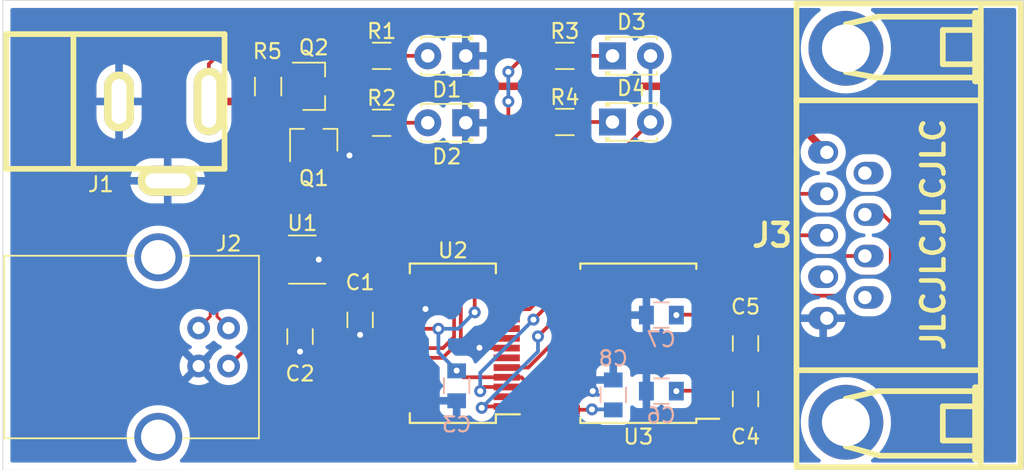
<source format=kicad_pcb>
(kicad_pcb (version 20211014) (generator pcbnew)
  (layers (0 "F.Cu" signal) (31 "B.Cu" signal) (34 "B.Paste" user) (35 "F.Paste" user) (36 "B.SilkS" user "B.Silkscreen") (37 "F.SilkS" user "F.Silkscreen") (38 "B.Mask" user) (39 "F.Mask" user) (44 "Edge.Cuts" user))
  (net 0 "")
  (net 5 "Net-(C1-Pad1)")
  (net 6 "GND")
  (net 7 "VBUS")
  (net 8 "Net-(C4-Pad1)")
  (net 9 "Net-(C4-Pad2)")
  (net 10 "Net-(C5-Pad1)")
  (net 11 "Net-(C5-Pad2)")
  (net 12 "Net-(C6-Pad2)")
  (net 13 "Net-(C7-Pad2)")
  (net 14 "Net-(D1-Pad2)")
  (net 15 "Net-(D2-Pad2)")
  (net 16 "12V")
  (net 17 "US_D-")
  (net 18 "US_D+")
  (net 19 "RTS")
  (net 20 "CTS")
  (net 21 "12V_OUT")
  (net 22 "RX")
  (net 23 "TX")
  (net 24 "Net-(Q1-Pad3)")
  (net 25 "Net-(R3-Pad1)")
  (net 26 "Net-(R4-Pad1)")
  (net 27 "D-")
  (net 28 "D+")
  (net 29 "TX_TTL")
  (net 31 "RTS_TTL")
  (net 32 "RX_TTL")
  (net 36 "CTS_TTL")
  (net 44 "Net-(D3-Pad1)")
  (net 45 "Net-(D4-Pad1)")
  (footprint "Custom:USB_B" (layer "F.Cu") (at 30.3276 39.6748 180)
    (fp_text reference "J2" (at 0 8.1788 180) (layer "F.SilkS"))
    (fp_text value "USB_B")
    (fp_line (start -2.03 7.37) (end -2.03 -4.83) (layer "F.SilkS") (width 0.12))
    (fp_line (start 14.99 -4.83) (end 14.99 7.37) (layer "F.SilkS") (width 0.12))
    (fp_line (start -2.03 7.37) (end 3.05 7.37) (layer "F.SilkS") (width 0.12))
    (fp_line (start 6.35 -4.83) (end 14.99 -4.83) (layer "F.SilkS") (width 0.12))
    (fp_line (start 6.35 7.37) (end 14.99 7.37) (layer "F.SilkS") (width 0.12))
    (fp_line (start -2.03 -4.83) (end 3.05 -4.83) (layer "F.SilkS") (width 0.12))
    (pad "1" thru_hole circle locked (at 0 0 90) (size 1.52 1.52) (drill 0.81) (layers *.Cu *.Mask) (net 7 "VBUS"))
    (pad "2" thru_hole circle locked (at 0 2.54 90) (size 1.52 1.52) (drill 0.81) (layers *.Cu *.Mask) (net 17 "US_D-"))
    (pad "3" thru_hole circle locked (at 2 2.54 90) (size 1.52 1.52) (drill 0.81) (layers *.Cu *.Mask) (net 18 "US_D+"))
    (pad "4" thru_hole circle locked (at 2 0 90) (size 1.52 1.52) (drill 0.81) (layers *.Cu *.Mask) (net 6 "GND"))
    (pad "5" thru_hole circle locked (at 4.7 7.27 90) (size 3.2 3.2) (drill 2.3) (layers *.Cu *.Mask))
    (pad "5" thru_hole circle locked (at 4.7 -4.73 90) (size 3.2 3.2) (drill 2.3) (layers *.Cu *.Mask))
  )
  (footprint "w_conn_d-sub:DB_9F" (layer "F.Cu") (at 78.6892 30.9372 90)
    (fp_text reference "J3" (at 0 -12.0396 180) (layer "F.SilkS") (effects (font (size 1.524 1.524) (thickness 0.3048))))
    (fp_text value "DB9_Female_MountingHoles" hide)
    (fp_line (start -14.732 -4.826) (end -14.097 -7.112) (layer "F.SilkS") (width 0.381))
    (fp_line (start -15.494 1.905) (end 15.494 1.905) (layer "F.SilkS") (width 0.381))
    (fp_line (start -10.922 -7.112) (end -10.414 -4.953) (layer "F.SilkS") (width 0.381))
    (fp_line (start -10.414 -4.953) (end -10.414 1.524) (layer "F.SilkS") (width 0.381))
    (fp_line (start -10.16 1.778) (end -10.16 1.524) (layer "F.SilkS") (width 0.381))
    (fp_line (start -13.716 1.905) (end -13.716 -0.635) (layer "F.SilkS") (width 0.381))
    (fp_line (start 14.097 -7.112) (end 14.605 -4.953) (layer "F.SilkS") (width 0.381))
    (fp_line (start 10.922 -7.112) (end 14.097 -7.112) (layer "F.SilkS") (width 0.381))
    (fp_line (start 9.017 1.905) (end 9.017 -10.414) (layer "F.SilkS") (width 0.381))
    (fp_line (start -14.986 1.778) (end -10.16 1.778) (layer "F.SilkS") (width 0.381))
    (fp_line (start -10.16 1.524) (end -14.986 1.524) (layer "F.SilkS") (width 0.381))
    (fp_line (start -9.017 1.905) (end -9.017 -10.414) (layer "F.SilkS") (width 0.381))
    (fp_line (start -13.716 -0.635) (end -11.43 -0.635) (layer "F.SilkS") (width 0.381))
    (fp_line (start -15.494 -10.414) (end -15.494 4.572) (layer "F.SilkS") (width 0.381))
    (fp_line (start 10.287 1.778) (end 14.859 1.778) (layer "F.SilkS") (width 0.381))
    (fp_line (start 14.605 -4.953) (end 14.605 1.524) (layer "F.SilkS") (width 0.381))
    (fp_line (start 10.541 -5.08) (end 10.922 -7.112) (layer "F.SilkS") (width 0.381))
    (fp_line (start -11.43 -0.635) (end -11.43 1.905) (layer "F.SilkS") (width 0.381))
    (fp_line (start -14.097 -7.112) (end -10.922 -7.112) (layer "F.SilkS") (width 0.381))
    (fp_line (start 14.859 1.524) (end 10.287 1.524) (layer "F.SilkS") (width 0.381))
    (fp_line (start -15.494 4.572) (end 15.494 4.572) (layer "F.SilkS") (width 0.381))
    (fp_line (start 14.859 1.778) (end 14.859 1.524) (layer "F.SilkS") (width 0.381))
    (fp_line (start 15.494 -10.414) (end -15.494 -10.414) (layer "F.SilkS") (width 0.381))
    (fp_line (start 11.43 -0.635) (end 13.716 -0.635) (layer "F.SilkS") (width 0.381))
    (fp_line (start -14.732 1.524) (end -14.732 -4.826) (layer "F.SilkS") (width 0.381))
    (fp_line (start 10.287 1.524) (end 10.287 1.778) (layer "F.SilkS") (width 0.381))
    (fp_line (start 11.43 1.905) (end 11.43 -0.635) (layer "F.SilkS") (width 0.381))
    (fp_line (start 10.541 1.524) (end 10.541 -5.08) (layer "F.SilkS") (width 0.381))
    (fp_line (start -14.986 1.524) (end -14.986 1.778) (layer "F.SilkS") (width 0.381))
    (fp_line (start 15.494 4.572) (end 15.494 -10.414) (layer "F.SilkS") (width 0.381))
    (fp_line (start 13.716 -0.635) (end 13.716 1.905) (layer "F.SilkS") (width 0.381))
    (pad "0" thru_hole circle locked (at 12.49426 -7.112 90) (size 5.00126 5.00126) (drill 3.2004) (layers *.Cu *.Mask))
    (pad "0" thru_hole circle locked (at -12.49426 -7.112 90) (size 5.00126 5.00126) (drill 3.2004) (layers *.Cu *.Mask))
    (pad "1" thru_hole oval locked (at 5.53974 -8.382 90) (size 1.50114 1.99898) (drill 0.89916 (offset 0 -0.24892)) (layers *.Cu *.Mask) (net 21 "12V_OUT"))
    (pad "2" thru_hole oval locked (at 2.77114 -8.382 90) (size 1.50114 1.99898) (drill 0.89916 (offset 0 -0.24892)) (layers *.Cu *.Mask) (net 22 "RX"))
    (pad "3" thru_hole oval locked (at 0 -8.382 90) (size 1.50114 1.99898) (drill 0.89916 (offset 0 -0.24892)) (layers *.Cu *.Mask) (net 23 "TX"))
    (pad "4" thru_hole oval locked (at -2.77114 -8.382 90) (size 1.50114 1.99898) (drill 0.89916 (offset 0 -0.24892)) (layers *.Cu *.Mask))
    (pad "5" thru_hole oval locked (at -5.53974 -8.382 90) (size 1.50114 1.99898) (drill 0.89916 (offset 0 -0.24892)) (layers *.Cu *.Mask) (net 6 "GND"))
    (pad "6" thru_hole oval locked (at 4.15544 -5.842 90) (size 1.50114 1.99898) (drill 0.89916 (offset 0 0.24892)) (layers *.Cu *.Mask))
    (pad "7" thru_hole oval locked (at 1.3843 -5.842 90) (size 1.50114 1.99898) (drill 0.89916 (offset 0 0.24892)) (layers *.Cu *.Mask) (net 19 "RTS"))
    (pad "8" thru_hole oval locked (at -1.3843 -5.842 90) (size 1.50114 1.99898) (drill 0.89916 (offset 0 0.24892)) (layers *.Cu *.Mask) (net 20 "CTS"))
    (pad "9" thru_hole oval locked (at -4.15544 -5.842 90) (size 1.50114 1.99898) (drill 0.89916 (offset 0 0.24892)) (layers *.Cu *.Mask))
  )
  (footprint "Capacitors_SMD:C_0805" (layer "F.Cu") (at 39.116 36.592 -90)
    (fp_text reference "C1" (at -2.5052 0 180) (layer "F.SilkS"))
    (fp_text value "100n")
    (fp_line (start 0.5 -0.85) (end -0.5 -0.85) (layer "F.SilkS") (width 0.12))
    (fp_line (start -0.5 0.85) (end 0.5 0.85) (layer "F.SilkS") (width 0.12))
    (pad "1" smd rect locked (at -1 0 270) (size 1 1.25) (layers "F.Cu" "F.Paste" "F.Mask") (net 5 "Net-(C1-Pad1)"))
    (pad "2" smd rect locked (at 1 0 270) (size 1 1.25) (layers "F.Cu" "F.Paste" "F.Mask") (net 6 "GND"))
  )
  (footprint "Capacitors_SMD:C_0805" (layer "F.Cu") (at 35.1028 37.7096 90)
    (fp_text reference "C2" (at -2.4732 0) (layer "F.SilkS"))
    (fp_text value "4.7u")
    (fp_line (start -0.5 0.85) (end 0.5 0.85) (layer "F.SilkS") (width 0.12))
    (fp_line (start 0.5 -0.85) (end -0.5 -0.85) (layer "F.SilkS") (width 0.12))
    (pad "1" smd rect locked (at -1 0 90) (size 1 1.25) (layers "F.Cu" "F.Paste" "F.Mask") (net 6 "GND"))
    (pad "2" smd rect locked (at 1 0 90) (size 1 1.25) (layers "F.Cu" "F.Paste" "F.Mask") (net 7 "VBUS"))
  )
  (footprint "Capacitors_SMD:C_0805" (layer "F.Cu") (at 64.8716 41.8752 90)
    (fp_text reference "C4" (at -2.524 0 180) (layer "F.SilkS"))
    (fp_text value "1u")
    (fp_line (start -0.5 0.85) (end 0.5 0.85) (layer "F.SilkS") (width 0.12))
    (fp_line (start 0.5 -0.85) (end -0.5 -0.85) (layer "F.SilkS") (width 0.12))
    (pad "1" smd rect locked (at -1 0 90) (size 1 1.25) (layers "F.Cu" "F.Paste" "F.Mask") (net 8 "Net-(C4-Pad1)"))
    (pad "2" smd rect locked (at 1 0 90) (size 1 1.25) (layers "F.Cu" "F.Paste" "F.Mask") (net 9 "Net-(C4-Pad2)"))
  )
  (footprint "Capacitors_SMD:C_0805" (layer "F.Cu") (at 64.8716 38.1668 90)
    (fp_text reference "C5" (at 2.4544 0 180) (layer "F.SilkS"))
    (fp_text value "1u")
    (fp_line (start 0.5 -0.85) (end -0.5 -0.85) (layer "F.SilkS") (width 0.12))
    (fp_line (start -0.5 0.85) (end 0.5 0.85) (layer "F.SilkS") (width 0.12))
    (pad "1" smd rect locked (at -1 0 90) (size 1 1.25) (layers "F.Cu" "F.Paste" "F.Mask") (net 10 "Net-(C5-Pad1)"))
    (pad "2" smd rect locked (at 1 0 90) (size 1 1.25) (layers "F.Cu" "F.Paste" "F.Mask") (net 11 "Net-(C5-Pad2)"))
  )
  (footprint "TO_SOT_Packages_SMD:SOT-23" (layer "F.Cu") (at 36.0172 24.5872 90)
    (fp_text reference "Q1" (at -2.54 0 180) (layer "F.SilkS"))
    (fp_text value "FDV301N")
    (fp_line (start 0.76 1.58) (end -0.7 1.58) (layer "F.SilkS") (width 0.12))
    (fp_line (start 0.76 -1.58) (end -1.4 -1.58) (layer "F.SilkS") (width 0.12))
    (fp_line (start 0.76 1.58) (end 0.76 0.65) (layer "F.SilkS") (width 0.12))
    (fp_line (start 0.76 -1.58) (end 0.76 -0.65) (layer "F.SilkS") (width 0.12))
    (pad "1" smd rect locked (at -1 -0.95 90) (size 0.9 0.8) (layers "F.Cu" "F.Paste" "F.Mask") (net 7 "VBUS"))
    (pad "2" smd rect locked (at -1 0.95 90) (size 0.9 0.8) (layers "F.Cu" "F.Paste" "F.Mask") (net 6 "GND"))
    (pad "3" smd rect locked (at 1 0 90) (size 0.9 0.8) (layers "F.Cu" "F.Paste" "F.Mask") (net 24 "Net-(Q1-Pad3)"))
  )
  (footprint "TO_SOT_Packages_SMD:SOT-23" (layer "F.Cu") (at 36.0172 20.9804)
    (fp_text reference "Q2" (at 0 -2.5908) (layer "F.SilkS"))
    (fp_text value "FDN352AP")
    (fp_line (start 0.76 -1.58) (end 0.76 -0.65) (layer "F.SilkS") (width 0.12))
    (fp_line (start 0.76 -1.58) (end -1.4 -1.58) (layer "F.SilkS") (width 0.12))
    (fp_line (start 0.76 1.58) (end 0.76 0.65) (layer "F.SilkS") (width 0.12))
    (fp_line (start 0.76 1.58) (end -0.7 1.58) (layer "F.SilkS") (width 0.12))
    (pad "1" smd rect locked (at -1 -0.95) (size 0.9 0.8) (layers "F.Cu" "F.Paste" "F.Mask") (net 24 "Net-(Q1-Pad3)"))
    (pad "2" smd rect locked (at -1 0.95) (size 0.9 0.8) (layers "F.Cu" "F.Paste" "F.Mask") (net 16 "12V"))
    (pad "3" smd rect locked (at 1 0) (size 0.9 0.8) (layers "F.Cu" "F.Paste" "F.Mask") (net 21 "12V_OUT"))
  )
  (footprint "Resistors_SMD:R_0805" (layer "F.Cu") (at 40.5536 18.9484)
    (fp_text reference "R1" (at 0 -1.65) (layer "F.SilkS"))
    (fp_text value "2.2k")
    (fp_line (start -0.6 -0.88) (end 0.6 -0.88) (layer "F.SilkS") (width 0.12))
    (fp_line (start 0.6 0.88) (end -0.6 0.88) (layer "F.SilkS") (width 0.12))
    (pad "1" smd rect locked (at -0.95 0) (size 0.7 1.3) (layers "F.Cu" "F.Paste" "F.Mask") (net 16 "12V"))
    (pad "2" smd rect locked (at 0.95 0) (size 0.7 1.3) (layers "F.Cu" "F.Paste" "F.Mask") (net 14 "Net-(D1-Pad2)"))
  )
  (footprint "Resistors_SMD:R_0805" (layer "F.Cu") (at 40.5536 23.4188)
    (fp_text reference "R2" (at 0 -1.65) (layer "F.SilkS"))
    (fp_text value "680")
    (fp_line (start 0.6 0.88) (end -0.6 0.88) (layer "F.SilkS") (width 0.12))
    (fp_line (start -0.6 -0.88) (end 0.6 -0.88) (layer "F.SilkS") (width 0.12))
    (pad "1" smd rect locked (at -0.95 0) (size 0.7 1.3) (layers "F.Cu" "F.Paste" "F.Mask") (net 7 "VBUS"))
    (pad "2" smd rect locked (at 0.95 0) (size 0.7 1.3) (layers "F.Cu" "F.Paste" "F.Mask") (net 15 "Net-(D2-Pad2)"))
  )
  (footprint "Resistors_SMD:R_0805" (layer "F.Cu") (at 52.7964 18.9484)
    (fp_text reference "R3" (at 0 -1.65) (layer "F.SilkS"))
    (fp_text value "1.5k")
    (fp_line (start 0.6 0.88) (end -0.6 0.88) (layer "F.SilkS") (width 0.12))
    (fp_line (start -0.6 -0.88) (end 0.6 -0.88) (layer "F.SilkS") (width 0.12))
    (pad "1" smd rect locked (at -0.95 0) (size 0.7 1.3) (layers "F.Cu" "F.Paste" "F.Mask") (net 25 "Net-(R3-Pad1)"))
    (pad "2" smd rect locked (at 0.95 0) (size 0.7 1.3) (layers "F.Cu" "F.Paste" "F.Mask") (net 44 "Net-(D3-Pad1)"))
  )
  (footprint "Resistors_SMD:R_0805" (layer "F.Cu") (at 52.7964 23.368)
    (fp_text reference "R4" (at 0 -1.65) (layer "F.SilkS"))
    (fp_text value "1.5k")
    (fp_line (start -0.6 -0.88) (end 0.6 -0.88) (layer "F.SilkS") (width 0.12))
    (fp_line (start 0.6 0.88) (end -0.6 0.88) (layer "F.SilkS") (width 0.12))
    (pad "1" smd rect locked (at -0.95 0) (size 0.7 1.3) (layers "F.Cu" "F.Paste" "F.Mask") (net 26 "Net-(R4-Pad1)"))
    (pad "2" smd rect locked (at 0.95 0) (size 0.7 1.3) (layers "F.Cu" "F.Paste" "F.Mask") (net 45 "Net-(D4-Pad1)"))
  )
  (footprint "Resistors_SMD:R_0805" (layer "F.Cu") (at 32.9692 20.9956 90)
    (fp_text reference "R5" (at 2.352 -0.0508 180) (layer "F.SilkS"))
    (fp_text value "10k")
    (fp_line (start 0.6 0.88) (end -0.6 0.88) (layer "F.SilkS") (width 0.12))
    (fp_line (start -0.6 -0.88) (end 0.6 -0.88) (layer "F.SilkS") (width 0.12))
    (pad "1" smd rect locked (at -0.95 0 90) (size 0.7 1.3) (layers "F.Cu" "F.Paste" "F.Mask") (net 16 "12V"))
    (pad "2" smd rect locked (at 0.95 0 90) (size 0.7 1.3) (layers "F.Cu" "F.Paste" "F.Mask") (net 24 "Net-(Q1-Pad3)"))
  )
  (footprint "TO_SOT_Packages_SMD:SOT-23-6" (layer "F.Cu") (at 35.2552 32.5628 180)
    (fp_text reference "U1" (at 0 2.4384) (layer "F.SilkS"))
    (fp_text value "USBLC6-2SC6")
    (fp_line (start 0.9 -1.61) (end -1.55 -1.61) (layer "F.SilkS") (width 0.12))
    (fp_line (start -0.9 1.61) (end 0.9 1.61) (layer "F.SilkS") (width 0.12))
    (pad "1" smd rect locked (at -1.1 -0.95 180) (size 1.06 0.65) (layers "F.Cu" "F.Paste" "F.Mask") (net 27 "D-"))
    (pad "2" smd rect locked (at -1.1 0 180) (size 1.06 0.65) (layers "F.Cu" "F.Paste" "F.Mask") (net 6 "GND"))
    (pad "3" smd rect locked (at -1.1 0.95 180) (size 1.06 0.65) (layers "F.Cu" "F.Paste" "F.Mask") (net 28 "D+"))
    (pad "4" smd rect locked (at 1.1 0.95 180) (size 1.06 0.65) (layers "F.Cu" "F.Paste" "F.Mask") (net 18 "US_D+"))
    (pad "5" smd rect locked (at 1.1 0 180) (size 1.06 0.65) (layers "F.Cu" "F.Paste" "F.Mask") (net 7 "VBUS"))
    (pad "6" smd rect locked (at 1.1 -0.95 180) (size 1.06 0.65) (layers "F.Cu" "F.Paste" "F.Mask") (net 17 "US_D-"))
  )
  (footprint "Housings_SSOP:SSOP-28_5.3x10.2mm_Pitch0.65mm" (layer "F.Cu") (at 45.3136 38.1508 180)
    (fp_text reference "U2" (at 0 6.1976) (layer "F.SilkS"))
    (fp_text value "FT232RL")
    (fp_line (start 2.875 -5.325) (end 2.875 -4.675) (layer "F.SilkS") (width 0.15))
    (fp_line (start -2.875 -4.75) (end -4.475 -4.75) (layer "F.SilkS") (width 0.15))
    (fp_line (start -2.875 -5.325) (end -2.875 -4.75) (layer "F.SilkS") (width 0.15))
    (fp_line (start -2.875 -5.325) (end 2.875 -5.325) (layer "F.SilkS") (width 0.15))
    (fp_line (start -2.875 5.325) (end 2.875 5.325) (layer "F.SilkS") (width 0.15))
    (fp_line (start -2.875 5.325) (end -2.875 4.675) (layer "F.SilkS") (width 0.15))
    (fp_line (start 2.875 5.325) (end 2.875 4.675) (layer "F.SilkS") (width 0.15))
    (pad "1" smd rect locked (at -3.6 -4.225 180) (size 1.75 0.45) (layers "F.Cu" "F.Paste" "F.Mask") (net 29 "TX_TTL"))
    (pad "2" smd rect locked (at -3.6 -3.575 180) (size 1.75 0.45) (layers "F.Cu" "F.Paste" "F.Mask"))
    (pad "3" smd rect locked (at -3.6 -2.925 180) (size 1.75 0.45) (layers "F.Cu" "F.Paste" "F.Mask") (net 31 "RTS_TTL"))
    (pad "4" smd rect locked (at -3.6 -2.275 180) (size 1.75 0.45) (layers "F.Cu" "F.Paste" "F.Mask") (net 7 "VBUS"))
    (pad "5" smd rect locked (at -3.6 -1.625 180) (size 1.75 0.45) (layers "F.Cu" "F.Paste" "F.Mask") (net 32 "RX_TTL"))
    (pad "6" smd rect locked (at -3.6 -0.975 180) (size 1.75 0.45) (layers "F.Cu" "F.Paste" "F.Mask"))
    (pad "7" smd rect locked (at -3.6 -0.325 180) (size 1.75 0.45) (layers "F.Cu" "F.Paste" "F.Mask") (net 6 "GND"))
    (pad "8" smd rect locked (at -3.6 0.325 180) (size 1.75 0.45) (layers "F.Cu" "F.Paste" "F.Mask"))
    (pad "9" smd rect locked (at -3.6 0.975 180) (size 1.75 0.45) (layers "F.Cu" "F.Paste" "F.Mask"))
    (pad "10" smd rect locked (at -3.6 1.625 180) (size 1.75 0.45) (layers "F.Cu" "F.Paste" "F.Mask"))
    (pad "11" smd rect locked (at -3.6 2.275 180) (size 1.75 0.45) (layers "F.Cu" "F.Paste" "F.Mask") (net 36 "CTS_TTL"))
    (pad "12" smd rect locked (at -3.6 2.925 180) (size 1.75 0.45) (layers "F.Cu" "F.Paste" "F.Mask"))
    (pad "13" smd rect locked (at -3.6 3.575 180) (size 1.75 0.45) (layers "F.Cu" "F.Paste" "F.Mask"))
    (pad "14" smd rect locked (at -3.6 4.225 180) (size 1.75 0.45) (layers "F.Cu" "F.Paste" "F.Mask"))
    (pad "15" smd rect locked (at 3.6 4.225 180) (size 1.75 0.45) (layers "F.Cu" "F.Paste" "F.Mask") (net 28 "D+"))
    (pad "16" smd rect locked (at 3.6 3.575 180) (size 1.75 0.45) (layers "F.Cu" "F.Paste" "F.Mask") (net 27 "D-"))
    (pad "17" smd rect locked (at 3.6 2.925 180) (size 1.75 0.45) (layers "F.Cu" "F.Paste" "F.Mask") (net 5 "Net-(C1-Pad1)"))
    (pad "18" smd rect locked (at 3.6 2.275 180) (size 1.75 0.45) (layers "F.Cu" "F.Paste" "F.Mask") (net 6 "GND"))
    (pad "19" smd rect locked (at 3.6 1.625 180) (size 1.75 0.45) (layers "F.Cu" "F.Paste" "F.Mask"))
    (pad "20" smd rect locked (at 3.6 0.975 180) (size 1.75 0.45) (layers "F.Cu" "F.Paste" "F.Mask") (net 7 "VBUS"))
    (pad "21" smd rect locked (at 3.6 0.325 180) (size 1.75 0.45) (layers "F.Cu" "F.Paste" "F.Mask") (net 6 "GND"))
    (pad "22" smd rect locked (at 3.6 -0.325 180) (size 1.75 0.45) (layers "F.Cu" "F.Paste" "F.Mask") (net 25 "Net-(R3-Pad1)"))
    (pad "23" smd rect locked (at 3.6 -0.975 180) (size 1.75 0.45) (layers "F.Cu" "F.Paste" "F.Mask") (net 26 "Net-(R4-Pad1)"))
    (pad "24" smd rect locked (at 3.6 -1.625 180) (size 1.75 0.45) (layers "F.Cu" "F.Paste" "F.Mask"))
    (pad "25" smd rect locked (at 3.6 -2.275 180) (size 1.75 0.45) (layers "F.Cu" "F.Paste" "F.Mask") (net 6 "GND"))
    (pad "26" smd rect locked (at 3.6 -2.925 180) (size 1.75 0.45) (layers "F.Cu" "F.Paste" "F.Mask") (net 6 "GND"))
    (pad "27" smd rect locked (at 3.6 -3.575 180) (size 1.75 0.45) (layers "F.Cu" "F.Paste" "F.Mask"))
    (pad "28" smd rect locked (at 3.6 -4.225 180) (size 1.75 0.45) (layers "F.Cu" "F.Paste" "F.Mask"))
  )
  (footprint "Housings_SOIC:SOIC-16W_7.5x10.3mm_Pitch1.27mm" (layer "F.Cu") (at 57.7088 38.1508 180)
    (fp_text reference "U3" (at 0 -6.25) (layer "F.SilkS"))
    (fp_text value "MAX232")
    (fp_line (start 3.875 -5.325) (end 3.875 -4.97) (layer "F.SilkS") (width 0.15))
    (fp_line (start -3.875 5.325) (end 3.875 5.325) (layer "F.SilkS") (width 0.15))
    (fp_line (start -3.875 -5.325) (end 3.875 -5.325) (layer "F.SilkS") (width 0.15))
    (fp_line (start -3.875 5.325) (end -3.875 4.97) (layer "F.SilkS") (width 0.15))
    (fp_line (start 3.875 5.325) (end 3.875 4.97) (layer "F.SilkS") (width 0.15))
    (fp_line (start -3.875 -5.325) (end -3.875 -5.05) (layer "F.SilkS") (width 0.15))
    (fp_line (start -3.875 -5.05) (end -5.4 -5.05) (layer "F.SilkS") (width 0.15))
    (pad "1" smd rect locked (at -4.65 -4.445 180) (size 1.5 0.6) (layers "F.Cu" "F.Paste" "F.Mask") (net 8 "Net-(C4-Pad1)"))
    (pad "2" smd rect locked (at -4.65 -3.175 180) (size 1.5 0.6) (layers "F.Cu" "F.Paste" "F.Mask") (net 12 "Net-(C6-Pad2)"))
    (pad "3" smd rect locked (at -4.65 -1.905 180) (size 1.5 0.6) (layers "F.Cu" "F.Paste" "F.Mask") (net 9 "Net-(C4-Pad2)"))
    (pad "4" smd rect locked (at -4.65 -0.635 180) (size 1.5 0.6) (layers "F.Cu" "F.Paste" "F.Mask") (net 10 "Net-(C5-Pad1)"))
    (pad "5" smd rect locked (at -4.65 0.635 180) (size 1.5 0.6) (layers "F.Cu" "F.Paste" "F.Mask") (net 11 "Net-(C5-Pad2)"))
    (pad "6" smd rect locked (at -4.65 1.905 180) (size 1.5 0.6) (layers "F.Cu" "F.Paste" "F.Mask") (net 13 "Net-(C7-Pad2)"))
    (pad "7" smd rect locked (at -4.65 3.175 180) (size 1.5 0.6) (layers "F.Cu" "F.Paste" "F.Mask") (net 19 "RTS"))
    (pad "8" smd rect locked (at -4.65 4.445 180) (size 1.5 0.6) (layers "F.Cu" "F.Paste" "F.Mask") (net 20 "CTS"))
    (pad "9" smd rect locked (at 4.65 4.445 180) (size 1.5 0.6) (layers "F.Cu" "F.Paste" "F.Mask") (net 36 "CTS_TTL"))
    (pad "10" smd rect locked (at 4.65 3.175 180) (size 1.5 0.6) (layers "F.Cu" "F.Paste" "F.Mask") (net 31 "RTS_TTL"))
    (pad "11" smd rect locked (at 4.65 1.905 180) (size 1.5 0.6) (layers "F.Cu" "F.Paste" "F.Mask") (net 29 "TX_TTL"))
    (pad "12" smd rect locked (at 4.65 0.635 180) (size 1.5 0.6) (layers "F.Cu" "F.Paste" "F.Mask") (net 32 "RX_TTL"))
    (pad "13" smd rect locked (at 4.65 -0.635 180) (size 1.5 0.6) (layers "F.Cu" "F.Paste" "F.Mask") (net 22 "RX"))
    (pad "14" smd rect locked (at 4.65 -1.905 180) (size 1.5 0.6) (layers "F.Cu" "F.Paste" "F.Mask") (net 23 "TX"))
    (pad "15" smd rect locked (at 4.65 -3.175 180) (size 1.5 0.6) (layers "F.Cu" "F.Paste" "F.Mask") (net 6 "GND"))
    (pad "16" smd rect locked (at 4.65 -4.445 180) (size 1.5 0.6) (layers "F.Cu" "F.Paste" "F.Mask") (net 7 "VBUS"))
  )
  (footprint "LEDs:LED_D1.8mm_W3.3mm_H2.4mm" (layer "F.Cu") (at 55.9816 23.368)
    (fp_text reference "D4" (at 1.27 -2.26) (layer "F.SilkS"))
    (fp_text value "LED")
    (fp_line (start -0.32 1.08) (end -0.32 1.26) (layer "F.SilkS") (width 0.12))
    (fp_line (start -0.44 1.26) (end 2.98 1.26) (layer "F.SilkS") (width 0.12))
    (fp_line (start -0.2 -1.26) (end -0.2 -1.08) (layer "F.SilkS") (width 0.12))
    (fp_line (start -0.44 -1.26) (end -0.44 -1.08) (layer "F.SilkS") (width 0.12))
    (fp_line (start -0.32 -1.26) (end -0.32 -1.08) (layer "F.SilkS") (width 0.12))
    (fp_line (start -0.44 -1.26) (end 2.98 -1.26) (layer "F.SilkS") (width 0.12))
    (fp_line (start 2.98 1.095) (end 2.98 1.26) (layer "F.SilkS") (width 0.12))
    (fp_line (start -0.2 1.08) (end -0.2 1.26) (layer "F.SilkS") (width 0.12))
    (fp_line (start -0.44 1.08) (end -0.44 1.26) (layer "F.SilkS") (width 0.12))
    (fp_line (start 2.98 -1.26) (end 2.98 -1.095) (layer "F.SilkS") (width 0.12))
    (pad "1" thru_hole rect locked (at 0 0) (size 1.8 1.8) (drill 0.9) (layers *.Cu *.Mask) (net 45 "Net-(D4-Pad1)"))
    (pad "2" thru_hole circle locked (at 2.54 0) (size 1.8 1.8) (drill 0.9) (layers *.Cu *.Mask) (net 7 "VBUS"))
  )
  (footprint "w_conn_misc:dc_socket" (layer "F.Cu") (at 22.7584 21.9964 -90)
    (fp_text reference "J1" (at 5.5372 0.9652) (layer "F.SilkS"))
    (fp_text value "Barrel_Jack" hide)
    (fp_line (start -4.50088 2.79908) (end 4.50088 2.79908) (layer "F.SilkS") (width 0.381))
    (fp_line (start 4.50088 7.29996) (end 4.50088 -7.29996) (layer "F.SilkS") (width 0.381))
    (fp_line (start -4.50088 -7.29996) (end -4.50088 7.29996) (layer "F.SilkS") (width 0.381))
    (fp_line (start 4.50088 -7.29996) (end -4.50088 -7.29996) (layer "F.SilkS") (width 0.381))
    (fp_line (start -4.50088 7.29996) (end 4.50088 7.29996) (layer "F.SilkS") (width 0.381))
    (pad "1" thru_hole oval locked (at 0 -6.25094 270) (size 4.50088 1.99898) (drill oval 3.50012 1.00076) (layers *.Cu *.Mask "F.SilkS") (net 16 "12V"))
    (pad "2" thru_hole oval locked (at 5.30098 -3.50012 270) (size 1.99898 4.0005) (drill oval 1.00076 2.99974) (layers *.Cu *.Mask "F.SilkS") (net 6 "GND"))
    (pad "3" thru_hole oval locked (at 0 -0.24892 270) (size 4.0005 1.99898) (drill oval 2.99974 1.00076) (layers *.Cu *.Mask "F.SilkS") (net 6 "GND"))
  )
  (footprint "LEDs:LED_D1.8mm_W3.3mm_H2.4mm" (layer "F.Cu") (at 55.9816 18.9484)
    (fp_text reference "D3" (at 1.27 -2.26) (layer "F.SilkS"))
    (fp_text value "LED")
    (fp_line (start 2.98 -1.26) (end 2.98 -1.095) (layer "F.SilkS") (width 0.12))
    (fp_line (start -0.32 1.08) (end -0.32 1.26) (layer "F.SilkS") (width 0.12))
    (fp_line (start -0.2 -1.26) (end -0.2 -1.08) (layer "F.SilkS") (width 0.12))
    (fp_line (start 2.98 1.095) (end 2.98 1.26) (layer "F.SilkS") (width 0.12))
    (fp_line (start -0.44 -1.26) (end 2.98 -1.26) (layer "F.SilkS") (width 0.12))
    (fp_line (start -0.44 1.08) (end -0.44 1.26) (layer "F.SilkS") (width 0.12))
    (fp_line (start -0.44 1.26) (end 2.98 1.26) (layer "F.SilkS") (width 0.12))
    (fp_line (start -0.44 -1.26) (end -0.44 -1.08) (layer "F.SilkS") (width 0.12))
    (fp_line (start -0.2 1.08) (end -0.2 1.26) (layer "F.SilkS") (width 0.12))
    (fp_line (start -0.32 -1.26) (end -0.32 -1.08) (layer "F.SilkS") (width 0.12))
    (pad "1" thru_hole rect locked (at 0 0) (size 1.8 1.8) (drill 0.9) (layers *.Cu *.Mask) (net 44 "Net-(D3-Pad1)"))
    (pad "2" thru_hole circle locked (at 2.54 0) (size 1.8 1.8) (drill 0.9) (layers *.Cu *.Mask) (net 7 "VBUS"))
  )
  (footprint "LEDs:LED_D1.8mm_W3.3mm_H2.4mm" (layer "F.Cu") (at 46.1772 23.4188 180)
    (fp_text reference "D2" (at 1.27 -2.26) (layer "F.SilkS"))
    (fp_text value "LED")
    (fp_line (start -0.44 -1.26) (end -0.44 -1.08) (layer "F.SilkS") (width 0.12))
    (fp_line (start -0.44 1.26) (end 2.98 1.26) (layer "F.SilkS") (width 0.12))
    (fp_line (start -0.2 1.08) (end -0.2 1.26) (layer "F.SilkS") (width 0.12))
    (fp_line (start -0.32 1.08) (end -0.32 1.26) (layer "F.SilkS") (width 0.12))
    (fp_line (start 2.98 -1.26) (end 2.98 -1.095) (layer "F.SilkS") (width 0.12))
    (fp_line (start -0.32 -1.26) (end -0.32 -1.08) (layer "F.SilkS") (width 0.12))
    (fp_line (start -0.2 -1.26) (end -0.2 -1.08) (layer "F.SilkS") (width 0.12))
    (fp_line (start 2.98 1.095) (end 2.98 1.26) (layer "F.SilkS") (width 0.12))
    (fp_line (start -0.44 1.08) (end -0.44 1.26) (layer "F.SilkS") (width 0.12))
    (fp_line (start -0.44 -1.26) (end 2.98 -1.26) (layer "F.SilkS") (width 0.12))
    (pad "1" thru_hole rect locked (at 0 0 180) (size 1.8 1.8) (drill 0.9) (layers *.Cu *.Mask) (net 6 "GND"))
    (pad "2" thru_hole circle locked (at 2.54 0 180) (size 1.8 1.8) (drill 0.9) (layers *.Cu *.Mask) (net 15 "Net-(D2-Pad2)"))
  )
  (footprint "LEDs:LED_D1.8mm_W3.3mm_H2.4mm" (layer "F.Cu") (at 46.1772 18.9484 180)
    (fp_text reference "D1" (at 1.27 -2.26) (layer "F.SilkS"))
    (fp_text value "LED")
    (fp_line (start -0.44 1.26) (end 2.98 1.26) (layer "F.SilkS") (width 0.12))
    (fp_line (start -0.44 1.08) (end -0.44 1.26) (layer "F.SilkS") (width 0.12))
    (fp_line (start -0.44 -1.26) (end -0.44 -1.08) (layer "F.SilkS") (width 0.12))
    (fp_line (start -0.44 -1.26) (end 2.98 -1.26) (layer "F.SilkS") (width 0.12))
    (fp_line (start -0.2 -1.26) (end -0.2 -1.08) (layer "F.SilkS") (width 0.12))
    (fp_line (start 2.98 1.095) (end 2.98 1.26) (layer "F.SilkS") (width 0.12))
    (fp_line (start -0.2 1.08) (end -0.2 1.26) (layer "F.SilkS") (width 0.12))
    (fp_line (start -0.32 1.08) (end -0.32 1.26) (layer "F.SilkS") (width 0.12))
    (fp_line (start 2.98 -1.26) (end 2.98 -1.095) (layer "F.SilkS") (width 0.12))
    (fp_line (start -0.32 -1.26) (end -0.32 -1.08) (layer "F.SilkS") (width 0.12))
    (pad "1" thru_hole rect locked (at 0 0 180) (size 1.8 1.8) (drill 0.9) (layers *.Cu *.Mask) (net 6 "GND"))
    (pad "2" thru_hole circle locked (at 2.54 0 180) (size 1.8 1.8) (drill 0.9) (layers *.Cu *.Mask) (net 14 "Net-(D1-Pad2)"))
  )
  (footprint "Capacitors_SMD:C_0805" (layer "B.Cu") (at 59.2488 41.3512)
    (fp_text reference "C6" (at -0.016 1.6256) (layer "B.SilkS") (effects (justify mirror)))
    (fp_text value "1u")
    (fp_line (start -0.5 -0.85) (end 0.5 -0.85) (layer "B.SilkS") (width 0.12))
    (fp_line (start 0.5 0.85) (end -0.5 0.85) (layer "B.SilkS") (width 0.12))
    (pad "1" smd rect locked (at -1 0) (size 1 1.25) (layers "B.Cu" "B.Paste" "B.Mask") (net 6 "GND"))
    (pad "2" smd rect locked (at 1 0) (size 1 1.25) (layers "B.Cu" "B.Paste" "B.Mask") (net 12 "Net-(C6-Pad2)"))
  )
  (footprint "Capacitors_SMD:C_0805" (layer "B.Cu") (at 59.2488 36.2712)
    (fp_text reference "C7" (at -0.016 1.6256 180) (layer "B.SilkS") (effects (justify mirror)))
    (fp_text value "1u")
    (fp_line (start -0.5 -0.85) (end 0.5 -0.85) (layer "B.SilkS") (width 0.12))
    (fp_line (start 0.5 0.85) (end -0.5 0.85) (layer "B.SilkS") (width 0.12))
    (pad "1" smd rect locked (at -1 0) (size 1 1.25) (layers "B.Cu" "B.Paste" "B.Mask") (net 6 "GND"))
    (pad "2" smd rect locked (at 1 0) (size 1 1.25) (layers "B.Cu" "B.Paste" "B.Mask") (net 13 "Net-(C7-Pad2)"))
  )
  (footprint "Capacitors_SMD:C_0805" (layer "B.Cu") (at 56.0324 41.6052 90)
    (fp_text reference "C8" (at 2.4384 0 180) (layer "B.SilkS") (effects (justify mirror)))
    (fp_text value "1u")
    (fp_line (start 0.5 0.85) (end -0.5 0.85) (layer "B.SilkS") (width 0.12))
    (fp_line (start -0.5 -0.85) (end 0.5 -0.85) (layer "B.SilkS") (width 0.12))
    (pad "1" smd rect locked (at -1 0 90) (size 1 1.25) (layers "B.Cu" "B.Paste" "B.Mask") (net 7 "VBUS"))
    (pad "2" smd rect locked (at 1 0 90) (size 1 1.25) (layers "B.Cu" "B.Paste" "B.Mask") (net 6 "GND"))
  )
  (footprint "Capacitors_SMD:C_0805" (layer "B.Cu") (at 45.5676 40.9956 90)
    (fp_text reference "C3" (at -2.5908 0) (layer "B.SilkS") (effects (justify mirror)))
    (fp_text value "100n")
    (fp_line (start -0.5 -0.85) (end 0.5 -0.85) (layer "B.SilkS") (width 0.12))
    (fp_line (start 0.5 0.85) (end -0.5 0.85) (layer "B.SilkS") (width 0.12))
    (pad "1" smd rect locked (at -1 0 90) (size 1 1.25) (layers "B.Cu" "B.Paste" "B.Mask") (net 6 "GND"))
    (pad "2" smd rect locked (at 1 0 90) (size 1 1.25) (layers "B.Cu" "B.Paste" "B.Mask") (net 7 "VBUS"))
  )
  (gr_line (start 83.4644 15.24) (end 83.4644 46.6344) (layer "Edge.Cuts") (width 0.05))
  (gr_line (start 15.24 46.6344) (end 15.24 15.24) (layer "Edge.Cuts") (width 0.05))
  (gr_line (start 83.4644 15.24) (end 15.24 15.24) (layer "Edge.Cuts") (width 0.05))
  (gr_line (start 83.4644 46.6344) (end 15.24 46.6344) (layer "Edge.Cuts") (width 0.05))
  (gr_text "JLCJLCJLCJLC" (at 77.4192 30.8864 90) (layer "F.SilkS") (effects (font (size 1.5 1.5) (thickness 0.3))))
  (segment (start 41.7136 35.2258) (end 39.4822 35.2258) (width 0.25) (layer "F.Cu") (net 5))
  (segment (start 39.4822 35.2258) (end 39.116 35.592) (width 0.25) (layer "F.Cu") (net 5))
  (segment (start 41.7136 40.4258) (end 40.678598 40.4258) (width 0.25) (layer "F.Cu") (net 6))
  (segment (start 41.7136 37.8258) (end 40.5078 37.8258) (width 0.25) (layer "F.Cu") (net 6))
  (segment (start 53.0588 41.3258) (end 54.6354 41.3258) (width 0.25) (layer "F.Cu") (net 6))
  (segment (start 40.5078 40.255002) (end 40.5078 37.8258) (width 0.25) (layer "F.Cu") (net 6))
  (segment (start 36.9672 25.5872) (end 38.3888 25.5872) (width 0.25) (layer "F.Cu") (net 6))
  (segment (start 41.7136 41.0758) (end 41.7136 40.4258) (width 0.25) (layer "F.Cu") (net 6))
  (segment (start 41.7136 35.8758) (end 43.4738 35.8758) (width 0.25) (layer "F.Cu") (net 6))
  (segment (start 43.4738 35.8758) (end 43.4848 35.8648) (width 0.25) (layer "F.Cu") (net 6))
  (segment (start 39.3498 37.8258) (end 39.116 37.592) (width 0.25) (layer "F.Cu") (net 6))
  (segment (start 40.678598 40.4258) (end 40.5078 40.255002) (width 0.25) (layer "F.Cu") (net 6))
  (segment (start 38.3888 25.5872) (end 38.4048 25.6032) (width 0.25) (layer "F.Cu") (net 6))
  (segment (start 48.9136 38.4758) (end 47.1118 38.4758) (width 0.25) (layer "F.Cu") (net 6))
  (segment (start 54.6354 41.3258) (end 54.6608 41.3512) (width 0.25) (layer "F.Cu") (net 6))
  (segment (start 40.5078 37.8258) (end 39.3498 37.8258) (width 0.25) (layer "F.Cu") (net 6))
  (segment (start 47.1118 38.4758) (end 47.0916 38.4556) (width 0.25) (layer "F.Cu") (net 6))
  (via (at 38.4048 25.6032) (size 0.8) (drill 0.4) (layers "F.Cu" "B.Cu") (net 6))
  (via (at 35.1028 38.7096) (size 0.8) (drill 0.4) (layers "F.Cu" "B.Cu") (net 6))
  (via (at 47.0916 38.4556) (size 0.8) (drill 0.4) (layers "F.Cu" "B.Cu") (net 6))
  (via (at 36.3552 32.5628) (size 0.8) (drill 0.4) (layers "F.Cu" "B.Cu") (net 6))
  (via (at 39.116 37.592) (size 0.8) (drill 0.4) (layers "F.Cu" "B.Cu") (net 6))
  (via (at 43.4848 35.8648) (size 0.8) (drill 0.4) (layers "F.Cu" "B.Cu") (net 6))
  (via (at 54.6608 41.3512) (size 0.8) (drill 0.4) (layers "F.Cu" "B.Cu") (net 6))
  (segment (start 41.7136 37.1758) (end 40.409802 37.1758) (width 0.25) (layer "F.Cu") (net 7))
  (segment (start 50.5079 25.0317) (end 56.8579 25.0317) (width 0.25) (layer "F.Cu") (net 7))
  (segment (start 49.8888 40.4258) (end 48.9136 40.4258) (width 0.25) (layer "F.Cu") (net 7))
  (segment (start 35.010201 36.566999) (end 35.0012 36.576) (width 0.25) (layer "F.Cu") (net 7))
  (segment (start 35.0672 25.5872) (end 35.0672 32.5476) (width 0.25) (layer "F.Cu") (net 7))
  (segment (start 36.048 24.5564) (end 35.0672 25.5372) (width 0.25) (layer "F.Cu") (net 7))
  (segment (start 45.589899 40.001899) (end 45.5676 39.9796) (width 0.25) (layer "F.Cu") (net 7))
  (segment (start 35.0672 32.5476) (end 35.0672 36.51) (width 0.25) (layer "F.Cu") (net 7))
  (segment (start 34.1552 32.5628) (end 35.052 32.5628) (width 0.25) (layer "F.Cu") (net 7))
  (segment (start 40.409802 37.1758) (end 39.810002 36.576) (width 0.25) (layer "F.Cu") (net 7))
  (segment (start 39.6036 23.4188) (end 39.0036 23.4188) (width 0.25) (layer "F.Cu") (net 7))
  (segment (start 52.0588 42.5958) (end 49.8888 40.4258) (width 0.25) (layer "F.Cu") (net 7))
  (segment (start 39.810002 36.576) (end 35.0012 36.576) (width 0.25) (layer "F.Cu") (net 7))
  (segment (start 35.0012 36.576) (end 33.4264 36.576) (width 0.25) (layer "F.Cu") (net 7))
  (segment (start 46.7741 28.7655) (end 50.5079 25.0317) (width 0.25) (layer "F.Cu") (net 7))
  (segment (start 35.052 32.5628) (end 35.0672 32.5476) (width 0.25) (layer "F.Cu") (net 7))
  (segment (start 53.0588 42.5958) (end 54.5846 42.5958) (width 0.25) (layer "F.Cu") (net 7))
  (segment (start 35.0672 25.5372) (end 35.0672 25.5872) (width 0.25) (layer "F.Cu") (net 7))
  (segment (start 53.0588 42.5958) (end 52.0588 42.5958) (width 0.25) (layer "F.Cu") (net 7))
  (segment (start 37.866 24.5564) (end 36.048 24.5564) (width 0.25) (layer "F.Cu") (net 7))
  (segment (start 35.0672 36.51) (end 35.0012 36.576) (width 0.25) (layer "F.Cu") (net 7))
  (segment (start 46.0138 40.4258) (end 45.5676 39.9796) (width 0.25) (layer "F.Cu") (net 7))
  (segment (start 39.0036 23.4188) (end 37.866 24.5564) (width 0.25) (layer "F.Cu") (net 7))
  (segment (start 54.5846 42.5958) (end 54.61 42.5704) (width 0.25) (layer "F.Cu") (net 7))
  (segment (start 56.8579 25.0317) (end 58.5216 23.368) (width 0.25) (layer "F.Cu") (net 7))
  (segment (start 41.7234 37.1856) (end 41.7136 37.1758) (width 0.25) (layer "F.Cu") (net 7))
  (segment (start 48.9136 40.4258) (end 46.0138 40.4258) (width 0.25) (layer "F.Cu") (net 7))
  (segment (start 44.3484 37.1856) (end 41.7234 37.1856) (width 0.25) (layer "F.Cu") (net 7))
  (segment (start 33.4264 36.576) (end 30.3276 39.6748) (width 0.25) (layer "F.Cu") (net 7))
  (segment (start 46.7741 36.0807) (end 46.7741 28.7655) (width 0.25) (layer "F.Cu") (net 7))
  (via (at 54.61 42.5704) (size 0.8) (drill 0.4) (layers "F.Cu" "B.Cu") (net 7))
  (via (at 44.3484 37.1856) (size 0.8) (drill 0.4) (layers "F.Cu" "B.Cu") (net 7))
  (via (at 45.5676 39.9796) (size 0.8) (drill 0.4) (layers "F.Cu" "B.Cu") (net 7))
  (via (at 46.7741 36.0807) (size 0.8) (drill 0.4) (layers "F.Cu" "B.Cu") (net 7))
  (segment (start 58.5216 18.9484) (end 58.5216 23.368) (width 0.25) (layer "B.Cu") (net 7))
  (segment (start 45.5676 39.9796) (end 44.3484 38.7604) (width 0.25) (layer "B.Cu") (net 7))
  (segment (start 55.9976 42.5704) (end 56.0324 42.6052) (width 0.25) (layer "B.Cu") (net 7))
  (segment (start 54.61 42.5704) (end 55.9976 42.5704) (width 0.25) (layer "B.Cu") (net 7))
  (segment (start 44.3484 38.7604) (end 44.3484 37.1856) (width 0.25) (layer "B.Cu") (net 7))
  (segment (start 45.6692 37.1856) (end 46.7741 36.0807) (width 0.25) (layer "B.Cu") (net 7))
  (segment (start 44.3484 37.1856) (end 45.6692 37.1856) (width 0.25) (layer "B.Cu") (net 7))
  (segment (start 64.5922 42.5958) (end 64.8716 42.8752) (width 0.25) (layer "F.Cu") (net 8))
  (segment (start 62.3588 42.5958) (end 64.5922 42.5958) (width 0.25) (layer "F.Cu") (net 8))
  (segment (start 62.3588 40.0558) (end 64.8022 40.0558) (width 0.25) (layer "F.Cu") (net 9))
  (segment (start 64.8022 40.0558) (end 64.8716 40.1252) (width 0.25) (layer "F.Cu") (net 9))
  (segment (start 64.8716 40.1252) (end 64.8716 40.8752) (width 0.25) (layer "F.Cu") (net 9))
  (segment (start 64.4906 38.7858) (end 64.8716 39.1668) (width 0.25) (layer "F.Cu") (net 10))
  (segment (start 62.3588 38.7858) (end 64.4906 38.7858) (width 0.25) (layer "F.Cu") (net 10))
  (segment (start 64.5226 37.5158) (end 64.8716 37.1668) (width 0.25) (layer "F.Cu") (net 11))
  (segment (start 62.3588 37.5158) (end 64.5226 37.5158) (width 0.25) (layer "F.Cu") (net 11))
  (segment (start 62.3588 41.3258) (end 60.2742 41.3258) (width 0.25) (layer "F.Cu") (net 12))
  (segment (start 60.2742 41.3258) (end 60.2488 41.3512) (width 0.25) (layer "F.Cu") (net 12))
  (via (at 60.2488 41.3512) (size 0.8) (drill 0.4) (layers "F.Cu" "B.Cu") (net 12))
  (segment (start 62.3588 36.2458) (end 60.2742 36.2458) (width 0.25) (layer "F.Cu") (net 13))
  (segment (start 60.2742 36.2458) (end 60.2488 36.2712) (width 0.25) (layer "F.Cu") (net 13))
  (via (at 60.2488 36.2712) (size 0.8) (drill 0.4) (layers "F.Cu" "B.Cu") (net 13))
  (segment (start 41.5036 18.9484) (end 43.6372 18.9484) (width 0.25) (layer "F.Cu") (net 14))
  (segment (start 41.5036 23.4188) (end 43.6372 23.4188) (width 0.25) (layer "F.Cu") (net 15))
  (segment (start 29.00934 21.9964) (end 29.00934 19.49596) (width 0.25) (layer "F.Cu") (net 16))
  (segment (start 29.5569 18.9484) (end 39.0036 18.9484) (width 0.25) (layer "F.Cu") (net 16))
  (segment (start 29.00934 21.9964) (end 32.9184 21.9964) (width 0.5) (layer "F.Cu") (net 16))
  (segment (start 32.9184 21.9964) (end 32.9692 21.9456) (width 0.25) (layer "F.Cu") (net 16))
  (segment (start 39.0036 18.9484) (end 39.6036 18.9484) (width 0.25) (layer "F.Cu") (net 16))
  (segment (start 35.002 21.9456) (end 35.0172 21.9304) (width 0.25) (layer "F.Cu") (net 16))
  (segment (start 32.9692 21.9456) (end 35.002 21.9456) (width 0.5) (layer "F.Cu") (net 16))
  (segment (start 29.00934 19.49596) (end 29.5569 18.9484) (width 0.25) (layer "F.Cu") (net 16))
  (segment (start 30.015067 35.47129) (end 30.071948 35.435549) (width 0.2) (layer "F.Cu") (net 17))
  (segment (start 30.7256 32.7878) (end 32.635199 32.7878) (width 0.2) (layer "F.Cu") (net 17))
  (segment (start 29.560121 35.734243) (end 29.582309 35.670834) (width 0.2) (layer "F.Cu") (net 17))
  (segment (start 32.635199 32.7878) (end 33.360199 33.5128) (width 0.2) (layer "F.Cu") (net 17))
  (segment (start 29.61805 34.788046) (end 29.582309 34.731165) (width 0.2) (layer "F.Cu") (net 17))
  (segment (start 29.5526 34.601) (end 29.5526 33.9608) (width 0.2) (layer "F.Cu") (net 17))
  (segment (start 30.119451 35.388046) (end 30.155192 35.331165) (width 0.2) (layer "F.Cu") (net 17))
  (segment (start 29.665553 35.56645) (end 29.722434 35.530709) (width 0.2) (layer "F.Cu") (net 17))
  (segment (start 29.560121 34.667756) (end 29.5526 34.601) (width 0.2) (layer "F.Cu") (net 17))
  (segment (start 30.155192 35.331165) (end 30.17738 35.267756) (width 0.2) (layer "F.Cu") (net 17))
  (segment (start 29.8526 34.901) (end 29.785843 34.893478) (width 0.2) (layer "F.Cu") (net 17))
  (segment (start 29.5526 36.3598) (end 29.5526 35.801) (width 0.2) (layer "F.Cu") (net 17))
  (segment (start 30.3276 37.1348) (end 29.5526 36.3598) (width 0.2) (layer "F.Cu") (net 17))
  (segment (start 29.722434 34.87129) (end 29.665553 34.835549) (width 0.2) (layer "F.Cu") (net 17))
  (segment (start 30.015067 34.930709) (end 29.951658 34.908521) (width 0.2) (layer "F.Cu") (net 17))
  (segment (start 30.071948 35.435549) (end 30.119451 35.388046) (width 0.2) (layer "F.Cu") (net 17))
  (segment (start 29.61805 35.613953) (end 29.665553 35.56645) (width 0.2) (layer "F.Cu") (net 17))
  (segment (start 29.884902 34.901) (end 29.8526 34.901) (width 0.2) (layer "F.Cu") (net 17))
  (segment (start 29.785843 35.508521) (end 29.8526 35.501) (width 0.2) (layer "F.Cu") (net 17))
  (segment (start 30.184902 35.201) (end 30.17738 35.134243) (width 0.2) (layer "F.Cu") (net 17))
  (segment (start 34.110199 33.5128) (end 34.1552 33.5128) (width 0.2) (layer "F.Cu") (net 17))
  (segment (start 29.5526 35.801) (end 29.560121 35.734243) (width 0.2) (layer "F.Cu") (net 17))
  (segment (start 30.071948 34.96645) (end 30.015067 34.930709) (width 0.2) (layer "F.Cu") (net 17))
  (segment (start 29.5526 33.9608) (end 30.7256 32.7878) (width 0.2) (layer "F.Cu") (net 17))
  (segment (start 30.17738 35.134243) (end 30.155192 35.070834) (width 0.2) (layer "F.Cu") (net 17))
  (segment (start 29.951658 34.908521) (end 29.884902 34.901) (width 0.2) (layer "F.Cu") (net 17))
  (segment (start 29.582309 35.670834) (end 29.61805 35.613953) (width 0.2) (layer "F.Cu") (net 17))
  (segment (start 30.17738 35.267756) (end 30.184902 35.201) (width 0.2) (layer "F.Cu") (net 17))
  (segment (start 29.722434 35.530709) (end 29.785843 35.508521) (width 0.2) (layer "F.Cu") (net 17))
  (segment (start 29.951658 35.493478) (end 30.015067 35.47129) (width 0.2) (layer "F.Cu") (net 17))
  (segment (start 29.665553 34.835549) (end 29.61805 34.788046) (width 0.2) (layer "F.Cu") (net 17))
  (segment (start 29.8526 35.501) (end 29.884902 35.501) (width 0.2) (layer "F.Cu") (net 17))
  (segment (start 30.119451 35.013953) (end 30.071948 34.96645) (width 0.2) (layer "F.Cu") (net 17))
  (segment (start 30.155192 35.070834) (end 30.119451 35.013953) (width 0.2) (layer "F.Cu") (net 17))
  (segment (start 29.582309 34.731165) (end 29.560121 34.667756) (width 0.2) (layer "F.Cu") (net 17))
  (segment (start 29.884902 35.501) (end 29.951658 35.493478) (width 0.2) (layer "F.Cu") (net 17))
  (segment (start 33.360199 33.5128) (end 34.110199 33.5128) (width 0.2) (layer "F.Cu") (net 17))
  (segment (start 29.785843 34.893478) (end 29.722434 34.87129) (width 0.2) (layer "F.Cu") (net 17))
  (segment (start 29.1026 36.3598) (end 29.1026 33.7744) (width 0.2) (layer "F.Cu") (net 18))
  (segment (start 33.360199 31.6128) (end 34.1552 31.6128) (width 0.2) (layer "F.Cu") (net 18))
  (segment (start 30.5392 32.3378) (end 32.635199 32.3378) (width 0.2) (layer "F.Cu") (net 18))
  (segment (start 29.1026 33.7744) (end 30.5392 32.3378) (width 0.2) (layer "F.Cu") (net 18))
  (segment (start 32.635199 32.3378) (end 33.360199 31.6128) (width 0.2) (layer "F.Cu") (net 18))
  (segment (start 28.3276 37.1348) (end 29.1026 36.3598) (width 0.2) (layer "F.Cu") (net 18))
  (segment (start 70.985742 34.9758) (end 62.3588 34.9758) (width 0.25) (layer "F.Cu") (net 19))
  (segment (start 72.259371 33.702171) (end 70.985742 34.9758) (width 0.25) (layer "F.Cu") (net 19))
  (segment (start 74.5744 33.23322) (end 74.105448 33.702171) (width 0.25) (layer "F.Cu") (net 19))
  (segment (start 74.105448 33.702171) (end 72.259371 33.702171) (width 0.25) (layer "F.Cu") (net 19))
  (segment (start 72.8472 29.5529) (end 74.0537 29.5529) (width 0.25) (layer "F.Cu") (net 19))
  (segment (start 74.5744 30.0736) (end 74.5744 33.23322) (width 0.25) (layer "F.Cu") (net 19))
  (segment (start 74.0537 29.5529) (end 74.5744 30.0736) (width 0.25) (layer "F.Cu") (net 19))
  (segment (start 62.3588 33.7058) (end 67.818 33.7058) (width 0.25) (layer "F.Cu") (net 20))
  (segment (start 69.2023 32.3215) (end 72.8472 32.3215) (width 0.25) (layer "F.Cu") (net 20))
  (segment (start 67.818 33.7058) (end 69.2023 32.3215) (width 0.25) (layer "F.Cu") (net 20))
  (segment (start 37.0172 20.9804) (end 65.89014 20.9804) (width 0.5) (layer "F.Cu") (net 21))
  (segment (start 65.89014 20.9804) (end 70.3072 25.39746) (width 0.5) (layer "F.Cu") (net 21))
  (segment (start 61.79566 28.16606) (end 70.3072 28.16606) (width 0.25) (layer "F.Cu") (net 22))
  (segment (start 54.0588 38.7858) (end 55.4736 37.371) (width 0.25) (layer "F.Cu") (net 22))
  (segment (start 55.473601 33.196389) (end 60.50393 28.16606) (width 0.25) (layer "F.Cu") (net 22))
  (segment (start 60.50393 28.16606) (end 61.79566 28.16606) (width 0.25) (layer "F.Cu") (net 22))
  (segment (start 55.4736 37.371) (end 55.473601 33.196389) (width 0.25) (layer "F.Cu") (net 22))
  (segment (start 53.0588 38.7858) (end 54.0588 38.7858) (width 0.25) (layer "F.Cu") (net 22))
  (segment (start 53.0588 40.0558) (end 54.0588 40.0558) (width 0.25) (layer "F.Cu") (net 23))
  (segment (start 55.92361 33.38279) (end 58.3692 30.9372) (width 0.25) (layer "F.Cu") (net 23))
  (segment (start 54.0588 40.0558) (end 55.92361 38.19099) (width 0.25) (layer "F.Cu") (net 23))
  (segment (start 55.92361 38.19099) (end 55.92361 33.38279) (width 0.25) (layer "F.Cu") (net 23))
  (segment (start 58.3692 30.9372) (end 70.3072 30.9372) (width 0.25) (layer "F.Cu") (net 23))
  (segment (start 36.0172 20.3304) (end 36.0172 22.8872) (width 0.25) (layer "F.Cu") (net 24))
  (segment (start 35.0172 20.0304) (end 32.9844 20.0304) (width 0.25) (layer "F.Cu") (net 24))
  (segment (start 36.0172 22.8872) (end 36.0172 23.5872) (width 0.25) (layer "F.Cu") (net 24))
  (segment (start 35.7172 20.0304) (end 36.0172 20.3304) (width 0.25) (layer "F.Cu") (net 24))
  (segment (start 35.0172 20.0304) (end 35.7172 20.0304) (width 0.25) (layer "F.Cu") (net 24))
  (segment (start 32.9844 20.0304) (end 32.9692 20.0456) (width 0.25) (layer "F.Cu") (net 24))
  (segment (start 49.022 20.0152) (end 50.0888 18.9484) (width 0.25) (layer "F.Cu") (net 25))
  (segment (start 50.0888 18.9484) (end 51.8464 18.9484) (width 0.25) (layer "F.Cu") (net 25))
  (segment (start 45.395445 37.737345) (end 45.395445 28.569355) (width 0.25) (layer "F.Cu") (net 25))
  (segment (start 49.022 24.9428) (end 49.022 21.9964) (width 0.25) (layer "F.Cu") (net 25))
  (segment (start 45.395445 28.569355) (end 49.022 24.9428) (width 0.25) (layer "F.Cu") (net 25))
  (segment (start 41.7136 38.4758) (end 44.65699 38.4758) (width 0.25) (layer "F.Cu") (net 25))
  (segment (start 44.65699 38.4758) (end 45.395445 37.737345) (width 0.25) (layer "F.Cu") (net 25))
  (via (at 49.022 21.9964) (size 0.8) (drill 0.4) (layers "F.Cu" "B.Cu") (net 25))
  (via (at 49.022 20.0152) (size 0.8) (drill 0.4) (layers "F.Cu" "B.Cu") (net 25))
  (segment (start 49.022 21.9964) (end 49.022 20.0152) (width 0.25) (layer "B.Cu") (net 25))
  (segment (start 45.845455 37.923745) (end 45.845455 28.755755) (width 0.25) (layer "F.Cu") (net 26))
  (segment (start 41.7136 39.1258) (end 44.6434 39.1258) (width 0.25) (layer "F.Cu") (net 26))
  (segment (start 45.845455 28.755755) (end 51.23321 23.368) (width 0.25) (layer "F.Cu") (net 26))
  (segment (start 44.6434 39.1258) (end 45.845455 37.923745) (width 0.25) (layer "F.Cu") (net 26))
  (segment (start 51.23321 23.368) (end 51.8464 23.368) (width 0.25) (layer "F.Cu") (net 26))
  (segment (start 40.301099 34.4758) (end 40.401099 34.5758) (width 0.2) (layer "F.Cu") (net 27))
  (segment (start 36.3552 33.5128) (end 37.150201 33.5128) (width 0.2) (layer "F.Cu") (net 27))
  (segment (start 37.875201 32.7878) (end 38.0068 32.7878) (width 0.2) (layer "F.Cu") (net 27))
  (segment (start 39.6948 34.4758) (end 40.301099 34.4758) (width 0.2) (layer "F.Cu") (net 27))
  (segment (start 38.0068 32.7878) (end 39.6948 34.4758) (width 0.2) (layer "F.Cu") (net 27))
  (segment (start 37.150201 33.5128) (end 37.875201 32.7878) (width 0.2) (layer "F.Cu") (net 27))
  (segment (start 40.401099 34.5758) (end 41.7136 34.5758) (width 0.2) (layer "F.Cu") (net 27))
  (segment (start 40.301099 34.0258) (end 40.401099 33.9258) (width 0.2) (layer "F.Cu") (net 28))
  (segment (start 38.1932 32.3378) (end 39.8812 34.0258) (width 0.2) (layer "F.Cu") (net 28))
  (segment (start 36.3552 31.6128) (end 37.150201 31.6128) (width 0.2) (layer "F.Cu") (net 28))
  (segment (start 37.875201 32.3378) (end 38.1932 32.3378) (width 0.2) (layer "F.Cu") (net 28))
  (segment (start 40.401099 33.9258) (end 41.7136 33.9258) (width 0.2) (layer "F.Cu") (net 28))
  (segment (start 37.150201 31.6128) (end 37.875201 32.3378) (width 0.2) (layer "F.Cu") (net 28))
  (segment (start 39.8812 34.0258) (end 40.301099 34.0258) (width 0.2) (layer "F.Cu") (net 28))
  (segment (start 48.9136 42.3758) (end 47.337 42.3758) (width 0.25) (layer "F.Cu") (net 29))
  (segment (start 51.0032 37.6936) (end 52.451 36.2458) (width 0.25) (layer "F.Cu") (net 29))
  (segment (start 47.337 42.3758) (end 47.244 42.4688) (width 0.25) (layer "F.Cu") (net 29))
  (segment (start 52.451 36.2458) (end 53.0588 36.2458) (width 0.25) (layer "F.Cu") (net 29))
  (via (at 51.0032 37.6936) (size 0.8) (drill 0.4) (layers "F.Cu" "B.Cu") (net 29))
  (via (at 47.244 42.4688) (size 0.8) (drill 0.4) (layers "F.Cu" "B.Cu") (net 29))
  (segment (start 51.0032 38.7096) (end 51.0032 37.6936) (width 0.25) (layer "B.Cu") (net 29))
  (segment (start 47.244 42.4688) (end 51.0032 38.7096) (width 0.25) (layer "B.Cu") (net 29))
  (segment (start 52.2986 34.9758) (end 53.0588 34.9758) (width 0.25) (layer "F.Cu") (net 31))
  (segment (start 47.4178 41.0758) (end 47.1424 41.3512) (width 0.25) (layer "F.Cu") (net 31))
  (segment (start 50.6984 36.576) (end 52.2986 34.9758) (width 0.25) (layer "F.Cu") (net 31))
  (segment (start 48.9136 41.0758) (end 47.4178 41.0758) (width 0.25) (layer "F.Cu") (net 31))
  (via (at 50.6984 36.576) (size 0.8) (drill 0.4) (layers "F.Cu" "B.Cu") (net 31))
  (via (at 47.1424 41.3512) (size 0.8) (drill 0.4) (layers "F.Cu" "B.Cu") (net 31))
  (segment (start 47.1424 41.3512) (end 47.1424 40.132) (width 0.25) (layer "B.Cu") (net 31))
  (segment (start 47.1424 40.132) (end 50.6984 36.576) (width 0.25) (layer "B.Cu") (net 31))
  (segment (start 52.6088 37.5158) (end 53.0588 37.5158) (width 0.25) (layer "F.Cu") (net 32))
  (segment (start 48.9136 39.7758) (end 50.3488 39.7758) (width 0.25) (layer "F.Cu") (net 32))
  (segment (start 50.3488 39.7758) (end 52.6088 37.5158) (width 0.25) (layer "F.Cu") (net 32))
  (segment (start 48.9136 35.8758) (end 50.4388 35.8758) (width 0.25) (layer "F.Cu") (net 36))
  (segment (start 52.6088 33.7058) (end 53.0588 33.7058) (width 0.25) (layer "F.Cu") (net 36))
  (segment (start 50.4388 35.8758) (end 52.6088 33.7058) (width 0.25) (layer "F.Cu") (net 36))
  (segment (start 53.7464 18.9484) (end 55.9816 18.9484) (width 0.25) (layer "F.Cu") (net 44))
  (segment (start 53.7464 23.368) (end 55.9816 23.368) (width 0.25) (layer "F.Cu") (net 45))
  (zone (net 6) (net_name "GND") (layer "B.Cu") (connect_pads (clearance 0.508)) (min_thickness 0.254) (fill yes (thermal_gap 0.508) (thermal_bridge_width 0.508))
    (polygon (pts (xy 83.4644 15.24) (xy 83.4644 46.6344) (xy 15.24 46.6344) (xy 15.24 15.24)))
  )
)
</source>
